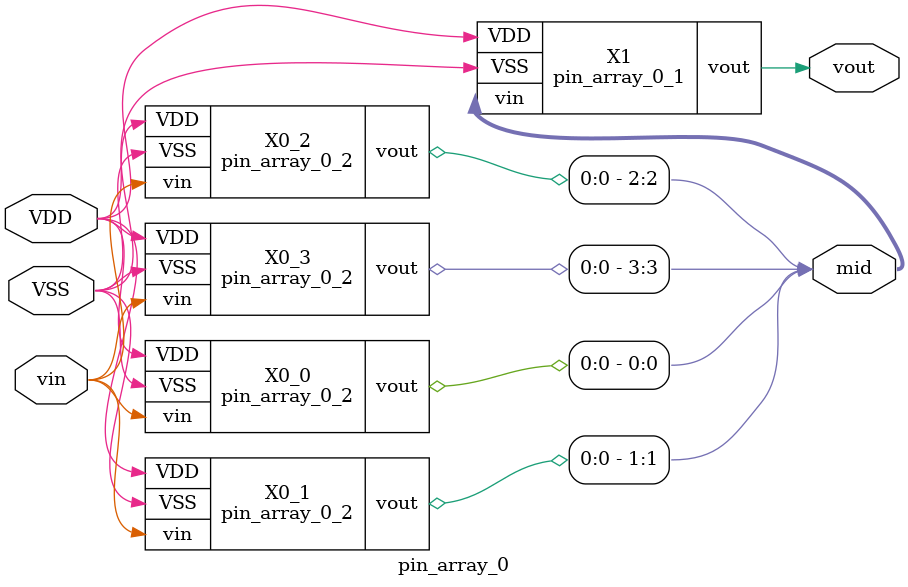
<source format=v>



module nmos4_18(
    inout B,
    inout D,
    inout G,
    inout S
);
endmodule

module nmos4_svt(
    inout B,
    inout D,
    inout G,
    inout S
);
endmodule

module nmos4_lvt(
    inout B,
    inout D,
    inout G,
    inout S
);
endmodule

module nmos4_hvt(
    inout B,
    inout D,
    inout G,
    inout S
);
endmodule

module nmos4_standard(
    inout B,
    inout D,
    inout G,
    inout S
);
endmodule

module nmos4_fast(
    inout B,
    inout D,
    inout G,
    inout S
);
endmodule

module nmos4_low_power(
    inout B,
    inout D,
    inout G,
    inout S
);
endmodule

module pmos4_18(
    inout B,
    inout D,
    inout G,
    inout S
);
endmodule

module pmos4_svt(
    inout B,
    inout D,
    inout G,
    inout S
);
endmodule

module pmos4_lvt(
    inout B,
    inout D,
    inout G,
    inout S
);
endmodule

module pmos4_hvt(
    inout B,
    inout D,
    inout G,
    inout S
);
endmodule

module pmos4_standard(
    inout B,
    inout D,
    inout G,
    inout S
);
endmodule

module pmos4_fast(
    inout B,
    inout D,
    inout G,
    inout S
);
endmodule

module pmos4_low_power(
    inout B,
    inout D,
    inout G,
    inout S
);
endmodule


module pin_array_0_1(
    input  wire VDD,
    input  wire VSS,
    input  wire [3:0] vin,
    output wire vout
);

endmodule


module pin_array_0_2(
    input  wire VDD,
    input  wire VSS,
    input  wire vin,
    output wire vout
);

endmodule


module pin_array_0(
    input  wire VDD,
    input  wire VSS,
    input  wire vin,
    output wire [3:0] mid,
    output wire vout
);

pin_array_0_2 X0_3 (
    .VDD( VDD ),
    .VSS( VSS ),
    .vin( vin ),
    .vout( mid[3] )
);

pin_array_0_2 X0_2 (
    .VDD( VDD ),
    .VSS( VSS ),
    .vin( vin ),
    .vout( mid[2] )
);

pin_array_0_2 X0_1 (
    .VDD( VDD ),
    .VSS( VSS ),
    .vin( vin ),
    .vout( mid[1] )
);

pin_array_0_2 X0_0 (
    .VDD( VDD ),
    .VSS( VSS ),
    .vin( vin ),
    .vout( mid[0] )
);

pin_array_0_1 X1 (
    .VDD( VDD ),
    .VSS( VSS ),
    .vin( mid[3:0] ),
    .vout( vout )
);

endmodule

</source>
